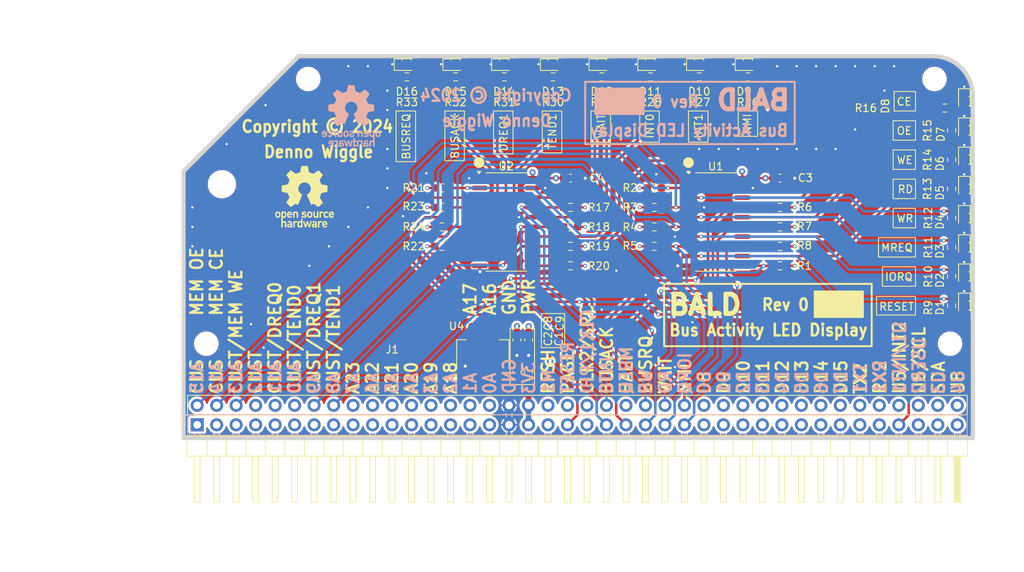
<source format=kicad_pcb>
(kicad_pcb (version 20240108) (generator "pcbnew") (generator_version "8.0")
  (title_block (title "BALD") (date "2024-07-24") (rev "0") (company "Denno Wiggle") (comment 1 "Bus Activity LED Display"))
  (layers (0 "F.Cu" signal) (1 "In1.Cu" power) (2 "In2.Cu" power) (31 "B.Cu" signal) (34 "B.Paste" user) (35 "F.Paste" user) (36 "B.SilkS" user "B.Silkscreen") (37 "F.SilkS" user "F.Silkscreen") (38 "B.Mask" user) (39 "F.Mask" user) (44 "Edge.Cuts" user))
  (net 0 "")
  (net 1 "+3.3V")
  (net 2 "GND")
  (net 3 "Net-(D1-Pad2)")
  (net 4 "Net-(D2-Pad2)")
  (net 5 "Net-(D3-Pad2)")
  (net 6 "Net-(D4-Pad2)")
  (net 7 "Net-(D5-Pad2)")
  (net 8 "Net-(D6-Pad2)")
  (net 9 "Net-(D7-Pad2)")
  (net 10 "Net-(D8-Pad2)")
  (net 11 "Net-(D9-Pad2)")
  (net 12 "Net-(D10-Pad2)")
  (net 13 "Net-(D11-Pad2)")
  (net 14 "/CPU_DREQ1_N")
  (net 15 "/CPU_TEND1_N")
  (net 16 "Net-(D12-Pad2)")
  (net 17 "Net-(D13-Pad2)")
  (net 18 "Net-(D14-Pad2)")
  (net 19 "Net-(D15-Pad2)")
  (net 20 "Net-(D16-Pad2)")
  (net 21 "/CPU_INT1_N")
  (net 22 "/CPU_BUSACK_N")
  (net 23 "/CPU_INT0_N")
  (net 24 "/CPU_MREQ_N")
  (net 25 "/CPU_WR_N")
  (net 26 "/CPU_NMI_N")
  (net 27 "/MEM_WE_N")
  (net 28 "/CPU_RESET_N")
  (net 29 "/CPU_WAIT_N")
  (net 30 "/MEM_OE_N")
  (net 31 "/CPU_BUSREQ_N")
  (net 32 "/CPU_IORQ_N")
  (net 33 "/MEM_CE_N")
  (net 34 "/CPU_RD_N")
  (net 35 "/LED_CE")
  (net 36 "/LED_IORQ")
  (net 37 "/LED_WR")
  (net 38 "/LED_RD")
  (net 39 "/LED_WE")
  (net 40 "/LED_MREQ")
  (net 41 "/LED_OE")
  (net 42 "/LED_RESET")
  (net 43 "/LED_NMI")
  (net 44 "/LED_INT1")
  (net 45 "/LED_INT0")
  (net 46 "/LED_WAIT")
  (net 47 "/LED_TEND1")
  (net 48 "/LED_DREQ1")
  (net 49 "/LED_BUSACK")
  (net 50 "/LED_BUSREQ")
  (net 110 "/5V_3V3_VIN")
  (footprint "MountingHole:MountingHole_3.2mm_M3" (layer "F.Cu") (at 128.2954 93.4974)
    (property "Reference" "H1" (hide yes))
    (property "Value" "MountingHole")
  )
  (footprint "MountingHole:MountingHole_2.7mm_M2.5_DIN965" (layer "F.Cu") (at 139.5476 79.7687)
    (property "Reference" "H2" (hide yes))
    (property "Value" "MountingHole")
  )
  (footprint "MountingHole:MountingHole_2.7mm_M2.5_DIN965" (layer "F.Cu") (at 221.1578 79.7687)
    (property "Reference" "H3" (hide yes))
    (property "Value" "MountingHole")
  )
  (footprint "MountingHole:MountingHole_2.7mm_M2.5_DIN965" (layer "F.Cu") (at 223.1898 114.3)
    (property "Reference" "H4" (hide yes))
    (property "Value" "MountingHole")
  )
  (footprint "Resistor_SMD:R_0603_1608Metric_Pad0.98x0.95mm_HandSolder" (layer "F.Cu") (at 173.736 99.06)
    (property "Reference" "R18")
    (property "Value" "10K")
  )
  (footprint "Capacitor_SMD:C_0603_1608Metric_Pad1.08x0.95mm_HandSolder" (layer "F.Cu") (at 201.041 92.71)
    (property "Reference" "C3")
    (property "Value" "100nF")
  )
  (footprint "Resistor_SMD:R_0603_1608Metric_Pad0.98x0.95mm_HandSolder" (layer "F.Cu") (at 173.736 104.14)
    (property "Reference" "R20")
    (property "Value" "10K")
  )
  (footprint "Symbol:OSHW-Logo_7.5x8mm_SilkScreen" (layer "F.Cu") (at 139.065 95.123)
    (property "Reference" "LOGO2" (hide yes))
    (property "Value" "Logo_Open_Hardware_Small" (hide yes))
  )
  (footprint "WTM_Library:LTST-S270KGKT" (layer "F.Cu") (at 158.75 77.8891)
    (property "Reference" "D15")
    (property "Value" "LED_LTST-S270KGKT")
  )
  (footprint "Resistor_SMD:R_0603_1608Metric_Pad0.98x0.95mm_HandSolder" (layer "F.Cu") (at 223.393 97.917 -90)
    (property "Reference" "R12")
    (property "Value" "1K")
  )
  (footprint "Resistor_SMD:R_0603_1608Metric_Pad0.98x0.95mm_HandSolder" (layer "F.Cu") (at 156.972 96.52 180)
    (property "Reference" "R23")
    (property "Value" "10K")
  )
  (footprint "Resistor_SMD:R_0603_1608Metric_Pad0.98x0.95mm_HandSolder" (layer "F.Cu") (at 201.041 99.06)
    (property "Reference" "R7")
    (property "Value" "10K")
  )
  (footprint "Resistor_SMD:R_0603_1608Metric_Pad0.98x0.95mm_HandSolder" (layer "F.Cu") (at 201.041 104.14)
    (property "Reference" "R1")
    (property "Value" "10K")
  )
  (footprint "Resistor_SMD:R_0603_1608Metric_Pad0.98x0.95mm_HandSolder" (layer "F.Cu") (at 184.658 99.06 180)
    (property "Reference" "R4")
    (property "Value" "10K")
  )
  (footprint "Resistor_SMD:R_0603_1608Metric_Pad0.98x0.95mm_HandSolder" (layer "F.Cu") (at 201.041 96.52)
    (property "Reference" "R6")
    (property "Value" "10K")
  )
  (footprint "Capacitor_SMD:C_0603_1608Metric_Pad1.08x0.95mm_HandSolder" (layer "F.Cu") (at 168.275 118.0095 90)
    (property "Reference" "C1")
    (property "Value" "4.7uF")
  )
  (footprint "Capacitor_SMD:C_0603_1608Metric_Pad1.08x0.95mm_HandSolder" (layer "F.Cu") (at 166.751 113.792 -90)
    (property "Reference" "C8")
    (property "Value" "100nF")
  )
  (footprint "Resistor_SMD:R_0603_1608Metric_Pad0.98x0.95mm_HandSolder" (layer "F.Cu") (at 173.736 96.52)
    (property "Reference" "R17")
    (property "Value" "10K")
  )
  (footprint "WTM_Library:LTST-S270KGKT" (layer "F.Cu") (at 177.8 77.8891)
    (property "Reference" "D12")
    (property "Value" "LED_LTST-S270KGKT")
  )
  (footprint "WTM_Library:LTST-S270KGKT" (layer "F.Cu") (at 225.06432 109.3597 -90)
    (property "Reference" "D1")
    (property "Value" "LED_LTST-S270KGKT")
  )
  (footprint "Capacitor_SMD:C_0603_1608Metric_Pad1.08x0.95mm_HandSolder" (layer "F.Cu") (at 168.275 113.792 -90)
    (property "Reference" "C9")
    (property "Value" "4.7uF")
  )
  (footprint "WTM_Library:LTST-S270KGKT" (layer "F.Cu") (at 225.06432 101.7397 -90)
    (property "Reference" "D3")
    (property "Value" "LED_LTST-S270KGKT")
  )
  (footprint "Resistor_SMD:R_0603_1608Metric_Pad0.98x0.95mm_HandSolder" (layer "F.Cu") (at 184.658 93.98 180)
    (property "Reference" "R2")
    (property "Value" "10K")
  )
  (footprint "WTM_Library:RCBUS_PinHeader_2x40_P2.54mm_Horizontal" (layer "F.Cu") (at 125.07468 132.9591 90)
    (property "Reference" "J1")
    (property "Value" "Conn_02x40_Top_Bottom")
  )
  (footprint "Resistor_SMD:R_0603_1608Metric_Pad0.98x0.95mm_HandSolder" (layer "F.Cu") (at 223.393 109.347 -90)
    (property "Reference" "R9")
    (property "Value" "1K")
  )
  (footprint "Capacitor_SMD:C_0603_1608Metric_Pad1.08x0.95mm_HandSolder" (layer "F.Cu") (at 166.751 118.0095 90)
    (property "Reference" "C2")
    (property "Value" "100nF")
  )
  (footprint "Resistor_SMD:R_0603_1608Metric_Pad0.98x0.95mm_HandSolder" (layer "F.Cu") (at 158.75 79.502)
    (property "Reference" "R32")
    (property "Value" "1K")
  )
  (footprint "Resistor_SMD:R_0603_1608Metric_Pad0.98x0.95mm_HandSolder" (layer "F.Cu") (at 171.45 79.502)
    (property "Reference" "R30")
    (property "Value" "1K")
  )
  (footprint "WTM_Library:LTST-S270KGKT" (layer "F.Cu") (at 184.15 77.8891)
    (property "Reference" "D11")
    (property "Value" "LED_LTST-S270KGKT")
  )
  (footprint "Resistor_SMD:R_0603_1608Metric_Pad0.98x0.95mm_HandSolder" (layer "F.Cu") (at 156.972 93.98 180)
    (property "Reference" "R21")
    (property "Value" "10K")
  )
  (footprint "WTM_Library:LTST-S270KGKT" (layer "F.Cu") (at 190.5 77.8891)
    (property "Reference" "D10")
    (property "Value" "LED_LTST-S270KGKT")
  )
  (footprint "Resistor_SMD:R_0603_1608Metric_Pad0.98x0.95mm_HandSolder" (layer "F.Cu") (at 223.393 94.107 -90)
    (property "Reference" "R13")
    (property "Value" "1K")
  )
  (footprint "Resistor_SMD:R_0603_1608Metric_Pad0.98x0.95mm_HandSolder" (layer "F.Cu") (at 190.5 79.502)
    (property "Reference" "R27")
    (property "Value" "1K")
  )
  (footprint "WTM_Library:LTST-S270KGKT" (layer "F.Cu") (at 225.06432 86.4997 -90)
    (property "Reference" "D7")
    (property "Value" "LED_LTST-S270KGKT")
  )
  (footprint "Resistor_SMD:R_0603_1608Metric_Pad0.98x0.95mm_HandSolder" (layer "F.Cu") (at 223.393 101.727 -90)
    (property "Reference" "R11")
    (property "Value" "1K")
  )
  (footprint "Resistor_SMD:R_0603_1608Metric_Pad0.98x0.95mm_HandSolder" (layer "F.Cu") (at 152.4 79.502)
    (property "Reference" "R33")
    (property "Value" "1K")
  )
  (footprint "Package_SO:SO-20_5.3x12.6mm_P1.27mm" (layer "F.Cu") (at 165.354 98.425)
    (property "Reference" "U2")
    (property "Value" "74LVC240ANS")
  )
  (footprint "Resistor_SMD:R_0603_1608Metric_Pad0.98x0.95mm_HandSolder" (layer "F.Cu") (at 222.504 83.566)
    (property "Reference" "R16")
    (property "Value" "1K")
  )
  (footprint "WTM_Library:LTST-S270KGKT" (layer "F.Cu") (at 152.4 77.8891)
    (property "Reference" "D16")
    (property "Value" "LED_LTST-S270KGKT")
  )
  (footprint "Resistor_SMD:R_0603_1608Metric_Pad0.98x0.95mm_HandSolder" (layer "F.Cu") (at 184.15 79.502)
    (property "Reference" "R28")
    (property "Value" "1K")
  )
  (footprint "WTM_Library:LTST-S270KGKT" (layer "F.Cu") (at 225.06432 94.1197 -90)
    (property "Reference" "D5")
    (property "Value" "LED_LTST-S270KGKT")
  )
  (footprint "WTM_Library:LTST-S270KGKT" (layer "F.Cu") (at 225.06432 105.5497 -90)
    (property "Reference" "D2")
    (property "Value" "LED_LTST-S270KGKT")
  )
  (footprint "Resistor_SMD:R_0603_1608Metric_Pad0.98x0.95mm_HandSolder" (layer "F.Cu") (at 177.8 79.502)
    (property "Reference" "R29")
    (property "Value" "1K")
  )
  (footprint "Resistor_SMD:R_0603_1608Metric_Pad0.98x0.95mm_HandSolder" (layer "F.Cu") (at 156.972 99.06 180)
    (property "Reference" "R24")
    (property "Value" "10K")
  )
  (footprint "Resistor_SMD:R_0603_1608Metric_Pad0.98x0.95mm_HandSolder" (layer "F.Cu") (at 223.393 90.297 -90)
    (property "Reference" "R14")
    (property "Value" "1K")
  )
  (footprint "WTM_Library:LTST-S270KGKT" (layer "F.Cu") (at 225.06432 82.6897 -90)
    (property "Reference" "D8")
    (property "Value" "LED_LTST-S270KGKT")
  )
  (footprint "MountingHole:MountingHole_2.7mm_M2.5_DIN965" (layer "F.Cu") (at 126.2634 114.3)
    (property "Reference" "H5" (hide yes))
    (property "Value" "MountingHole")
  )
  (footprint "WTM_Library:LTST-S270KGKT" (layer "F.Cu") (at 225.06432 97.9297 -90)
    (property "Reference" "D4")
    (property "Value" "LED_LTST-S270KGKT")
  )
  (footprint "Resistor_SMD:R_0603_1608Metric_Pad0.98x0.95mm_HandSolder" (layer "F.Cu") (at 201.041 101.6)
    (property "Reference" "R8")
    (property "Value" "10K")
  )
  (footprint "Package_TO_SOT_SMD:SOT-223" (layer "F.Cu") (at 162.306 115.697 90)
    (property "Reference" "U4")
    (property "Value" "TLV1117LV33DCYR")
  )
  (footprint "Resistor_SMD:R_0603_1608Metric_Pad0.98x0.95mm_HandSolder" (layer "F.Cu") (at 173.736 101.6)
    (property "Reference" "R19")
    (property "Value" "10K")
  )
  (footprint "Capacitor_SMD:C_0603_1608Metric_Pad1.08x0.95mm_HandSolder" (layer "F.Cu") (at 173.736 92.71)
    (property "Reference" "C4")
    (property "Value" "100nF")
  )
  (footprint "Resistor_SMD:R_0603_1608Metric_Pad0.98x0.95mm_HandSolder" (layer "F.Cu") (at 223.393 86.487 -90)
    (property "Reference" "R15")
    (property "Value" "1K")
  )
  (footprint "WTM_Library:LTST-S270KGKT" (layer "F.Cu") (at 196.85 77.8891)
    (property "Reference" "D9")
    (property "Value" "LED_LTST-S270KGKT")
  )
  (footprint "Resistor_SMD:R_0603_1608Metric_Pad0.98x0.95mm_HandSolder" (layer "F.Cu") (at 196.85 79.502)
    (property "Reference" "R26")
    (property "Value" "1K")
  )
  (footprint "WTM_Library:LTST-S270KGKT" (layer "F.Cu") (at 165.1 77.8891)
    (property "Reference" "D14")
    (property "Value" "LED_LTST-S270KGKT")
  )
  (footprint "Resistor_SMD:R_0603_1608Metric_Pad0.98x0.95mm_HandSolder" (layer "F.Cu") (at 165.1 79.502)
    (property "Reference" "R31")
    (property "Value" "1K")
  )
  (footprint "Package_SO:SO-20_5.3x12.6mm_P1.27mm" (layer "F.Cu") (at 192.659 98.425)
    (property "Reference" "U1")
    (property "Value" "74LVC240ANS")
  )
  (footprint "WTM_Library:LTST-S270KGKT" (layer "F.Cu") (at 225.06432 90.3097 -90)
    (property "Reference" "D6")
    (property "Value" "LED_LTST-S270KGKT")
  )
  (footprint "Resistor_SMD:R_0603_1608Metric_Pad0.98x0.95mm_HandSolder" (layer "F.Cu") (at 184.658 96.52 180)
    (property "Reference" "R3")
    (property "Value" "10K")
  )
  (footprint "WTM_Library:LTST-S270KGKT" (layer "F.Cu") (at 171.45 77.8891)
    (property "Reference" "D13")
    (property "Value" "LED_LTST-S270KGKT")
  )
  (footprint "Resistor_SMD:R_0603_1608Metric_Pad0.98x0.95mm_HandSolder" (layer "F.Cu") (at 156.972 101.6 180)
    (property "Reference" "R22")
    (property "Value" "10K")
  )
  (footprint "Resistor_SMD:R_0603_1608Metric_Pad0.98x0.95mm_HandSolder" (layer "F.Cu") (at 184.658 101.6 180)
    (property "Reference" "R5")
    (property "Value" "10K")
  )
  (footprint "Resistor_SMD:R_0603_1608Metric_Pad0.98x0.95mm_HandSolder" (layer "F.Cu") (at 223.393 105.537 -90)
    (property "Reference" "R10")
    (property "Value" "1K")
  )
  (footprint "Symbol:OSHW-Logo_7.5x8mm_SilkScreen" (layer "B.Cu") (at 145.161 84.582 180)
    (property "Reference" "LOGO1" (hide yes))
    (property "Value" "Logo_Open_Hardware_Small" (hide yes))
  )
  (gr_rect (start 175.641 80.137) (end 202.946 88.265) (stroke (width 0.254)) (fill none) (layer "B.SilkS"))
  (gr_rect (start 123.825 123.571) (end 225.425 126.238) (stroke (width 0.12)) (fill none) (layer "B.SilkS"))
  (gr_rect (start 176.9115 80.955) (end 183.3245 84.399) (stroke (width 0.12)) (fill solid) (layer "B.SilkS"))
  (gr_rect (start 215.9 81.407) (end 218.694 83.947) (stroke (width 0.12)) (fill none) (layer "F.SilkS"))
  (gr_rect (start 182.753 83.947) (end 185.293 88.011) (stroke (width 0.12)) (fill none) (layer "F.SilkS"))
  (gr_rect (start 189.103 83.947) (end 191.643 88.011) (stroke (width 0.12)) (fill none) (layer "F.SilkS"))
  (gr_rect (start 123.825 121.031) (end 225.425 123.571) (stroke (width 0.12)) (fill none) (layer "F.SilkS"))
  (gr_rect (start 176.403 83.947) (end 178.943 88.011) (stroke (width 0.12)) (fill none) (layer "F.SilkS"))
  (gr_rect (start 157.353 83.947) (end 159.893 90.424) (stroke (width 0.12)) (fill none) (layer "F.SilkS"))
  (gr_rect (start 215.773 92.837) (end 218.694 95.377) (stroke (width 0.12)) (fill none) (layer "F.SilkS"))
  (gr_rect (start 151.003 83.947) (end 153.543 90.551) (stroke (width 0.12)) (fill none) (layer "F.SilkS"))
  (gr_rect (start 214.376 104.267) (end 218.694 106.807) (stroke (width 0.12)) (fill none) (layer "F.SilkS"))
  (gr_rect (start 215.773 89.027) (end 218.694 91.567) (stroke (width 0.12)) (fill none) (layer "F.SilkS"))
  (gr_rect (start 213.614 108.1405) (end 218.694 110.5535) (stroke (width 0.12)) (fill none) (layer "F.SilkS"))
  (gr_rect (start 185.9285 106.497) (end 212.9795 114.625) (stroke (width 0.254)) (fill none) (layer "F.SilkS"))
  (gr_rect (start 213.868 100.457) (end 218.694 102.997) (stroke (width 0.12)) (fill none) (layer "F.SilkS"))
  (gr_rect (start 205.486 107.427) (end 211.899 110.871) (stroke (width 0.12)) (fill solid) (layer "F.SilkS"))
  (gr_rect (start 165.862 112.268) (end 169.037 119.634) (stroke (width 0.12)) (fill none) (layer "F.SilkS"))
  (gr_rect (start 163.703 83.947) (end 166.243 89.535) (stroke (width 0.12)) (fill none) (layer "F.SilkS"))
  (gr_circle (center 161.798 90.678) (end 162.433 90.678) (stroke (width 0.12)) (fill solid) (layer "F.SilkS"))
  (gr_rect (start 215.773 96.647) (end 218.694 99.187) (stroke (width 0.12)) (fill none) (layer "F.SilkS"))
  (gr_rect (start 215.773 85.217) (end 218.694 87.757) (stroke (width 0.12)) (fill none) (layer "F.SilkS"))
  (gr_rect (start 169.926 110.363) (end 172.974 114.808) (stroke (width 0.12)) (fill none) (layer "F.SilkS"))
  (gr_circle (center 189.103 90.678) (end 189.738 90.678) (stroke (width 0.12)) (fill solid) (layer "F.SilkS"))
  (gr_line (start 126.26848 126.39802) (end 126.30404 126.39802) (stroke (width 0.2)) (layer "F.SilkS"))
  (gr_rect (start 170.053 83.947) (end 172.593 89.408) (stroke (width 0.12)) (fill none) (layer "F.SilkS"))
  (gr_rect (start 195.58 83.947) (end 198.12 87.249) (stroke (width 0.12)) (fill none) (layer "F.SilkS"))
  (gr_arc (start 221.00108 76.7715) (mid 224.663906 78.28868) (end 226.18108 81.9515) (stroke (width 0.5)) (layer "Edge.Cuts"))
  (gr_line (start 123.27128 91.7829) (end 123.27128 126.6317) (stroke (width 0.5)) (layer "Edge.Cuts"))
  (gr_line (start 138.28268 76.7715) (end 123.27128 91.7829) (stroke (width 0.5)) (layer "Edge.Cuts"))
  (gr_line (start 226.18268 81.9515) (end 226.18268 126.6317) (stroke (width 0.5)) (layer "Edge.Cuts"))
  (gr_line (start 123.27128 126.6317) (end 226.18268 126.6317) (stroke (width 0.5)) (layer "Edge.Cuts"))
  (gr_line (start 221.00108 76.7715) (end 138.28268 76.7715) (stroke (width 0.5)) (layer "Edge.Cuts"))
  (gr_text "BALD" (at 202.6285 82.55 -0) (layer "B.SilkS") (effects (font (size 2.54 2.54) (thickness 0.635) (bold yes)) (justify left mirror)))
  (gr_text "Denno Wiggle" (at 171.3865 85.217 -0) (layer "B.SilkS") (effects (font (size 1.524 1.397) (thickness 0.3175) (bold yes)) (justify left mirror)))
  (gr_text "Copyright © 2024" (at 174.0535 81.915 -0) (layer "B.SilkS") (effects (font (size 1.524 1.397) (thickness 0.3175) (bold yes)) (justify left mirror)))
  (gr_text "Rev 0" (at 190.6275 82.733 -0) (layer "B.SilkS") (effects (font (size 1.524 1.397) (thickness 0.3175) (bold yes)) (justify left mirror)))
  (gr_text "A15\nA14\nA13\nA12\nA11\nA10\nA9\nA8\nA7\nA6\nA5\nA4\nA3\nA2\nA1\nA0\nGND\n3V3\nM1\nRESET\nCLK1/PHI\nINT0\nMREQ\nWR\nRD\nIORQ\nD0\nD1\nD2\nD3\nD4\nD5\nD6\nD7\nTX1\nRX1\nU1/INT1\nUSER2\nU3\nU4" (at 225.171 121.031 90) (layer "B.SilkS") (effects (font (size 1.58 1.5) (thickness 0.3) (bold yes)) (justify right bottom mirror)))
  (gr_text "Bus Activity LED Display" (at 202.2475 86.487 -0) (layer "B.SilkS") (effects (font (size 1.524 1.397) (thickness 0.3175)) (justify left mirror)))
  (gr_text "CUS     MEM OE\nCUS     MEM CE\nCUST/MEM WE\nCUST\nCUST/DREQ0\nCUST/TEND0\nCUST/DREQ1\nCUST/TEND1\nA23\nA22\nA21\nA20\nA19\nA18\n         A17\n         A16\n         GND\n         PWR\nRFSH\nPAGE\nCLK2/SRC\nBUSACK\nHALT\nBUSRQ\nWAIT\nNMI\nD8\nD9\nD10\nD11\nD12\nD13\nD14\nD15\nTX2\nRX2\nU5/INT2\nU6/SCL\nSDA\nU8" (at 174.625 121.031 90) (layer "F.SilkS") (effects (font (size 1.58 1.5) (thickness 0.3)) (justify left)))
  (gr_text "Denno Wiggle" (at 133.604 89.281 0) (layer "F.SilkS") (effects (font (size 1.524 1.397) (thickness 0.3175) (bold yes)) (justify left)))
  (gr_text "Bus Activity LED Display" (at 186.436 112.522 0) (layer "F.SilkS") (effects (font (size 1.524 1.397) (thickness 0.3175)) (justify left)))
  (gr_text "IORQ" (at 214.63 106.172 0) (layer "F.SilkS") (effects (font (size 1 1)) (justify left bottom)))
  (gr_text "INT0" (at 184.658 84.201 90) (layer "F.SilkS") (effects (font (size 1 1)) (justify right bottom)))
  (gr_text "TEND1" (at 171.958 84.201 90) (layer "F.SilkS") (effects (font (size 1 1)) (justify right bottom)))
  (gr_text "Copyright © 2024" (at 130.683 85.979 0) (layer "F.SilkS") (effects (font (size 1.524 1.397) (thickness 0.3175) (bold yes)) (justify left)))
  (gr_text "BUSREQ" (at 152.908 84.201 90) (layer "F.SilkS") (effects (font (size 1 1)) (justify right bottom)))
  (gr_text "Rev 0" (at 198.501 109.22 0) (layer "F.SilkS") (effects (font (size 1.524 1.397) (thickness 0.3175) (bold yes)) (justify left)))
  (gr_text "WR" (at 216.154 98.552 0) (layer "F.SilkS") (effects (font (size 1 1)) (justify left bottom)))
  (gr_text "RESET" (at 213.868 110.0455 0) (layer "F.SilkS") (effects (font (size 1 1)) (justify left bottom)))
  (gr_text "INT1" (at 191.008 84.201 90) (layer "F.SilkS") (effects (font (size 1 1)) (justify right bottom)))
  (gr_text "BUSACK" (at 159.258 84.201 90) (layer "F.SilkS") (effects (font (size 1 1)) (justify right bottom)))
  (gr_text "WE" (at 216.154 90.932 0) (layer "F.SilkS") (effects (font (size 1 1)) (justify left bottom)))
  (gr_text "DREQ1" (at 165.608 84.201 90) (layer "F.SilkS") (effects (font (size 1 1)) (justify right bottom)))
  (gr_text "BALD" (at 186.182 109.22 0) (layer "F.SilkS") (effects (font (size 2.54 2.54) (thickness 0.635) (bold yes)) (justify left)))
  (gr_text "NMI" (at 197.358 84.201 90) (layer "F.SilkS") (effects (font (size 1 1)) (justify right bottom)))
  (gr_text "WAIT" (at 178.308 84.201 90) (layer "F.SilkS") (effects (font (size 1 1)) (justify right bottom)))
  (gr_text "MREQ" (at 214.122 102.362 0) (layer "F.SilkS") (effects (font (size 1 1)) (justify left bottom)))
  (gr_text "RD" (at 216.281 94.742 0) (layer "F.SilkS") (effects (font (size 1 1)) (justify left bottom)))
  (gr_text "OE" (at 216.154 87.122 0) (layer "F.SilkS") (effects (font (size 1 1)) (justify left bottom)))
  (gr_text "CE" (at 216.154 83.312 0) (layer "F.SilkS") (effects (font (size 1 1)) (justify left bottom)))
  (segment (start 183.7455 93.98) (end 182.753 93.98) (width 0.3048) (layer "F.Cu") (net 1))
  (segment (start 168.275 112.9295) (end 166.751 112.9295) (width 0.762) (layer "F.Cu") (net 1))
  (segment (start 201.9535 99.06) (end 202.946 99.06) (width 0.3048) (layer "F.Cu") (net 1))
  (segment (start 156.0595 96.52) (end 155.067 96.52) (width 0.3048) (layer "F.Cu") (net 1))
  (segment (start 156.0595 93.98) (end 155.067 93.98) (width 0.3048) (layer "F.Cu") (net 1))
  (segment (start 174.6485 101.6) (end 175.641 101.6) (width 0.3048) (layer "F.Cu") (net 1))
  (segment (start 183.7455 101.6) (end 182.753 101.6) (width 0.3048) (layer "F.Cu") (net 1))
  (segment (start 196.1215 92.71) (end 199.136 92.71) (width 0.3048) (layer "F.Cu") (net 1))
  (segment (start 156.0595 101.6) (end 155.067 101.6) (width 0.3048) (layer "F.Cu") (net 1))
  (segment (start 172.8735 92.71) (end 171.831 92.71) (width 0.3048) (layer "F.Cu") (net 1))
  (segment (start 174.6485 96.52) (end 175.641 96.52) (width 0.3048) (layer "F.Cu") (net 1))
  (segment (start 174.6485 104.14) (end 175.641 104.14) (width 0.3048) (layer "F.Cu") (net 1))
  (segment (start 162.776 113.017) (end 162.306 112.547) (width 0.635) (layer "F.Cu") (net 1))
  (segment (start 162.306 118.847) (end 162.306 112.547) (width 1.27) (layer "F.Cu") (net 1))
  (segment (start 196.1215 91.8545) (end 196.088 91.821) (width 0.3048) (layer "F.Cu") (net 1))
  (segment (start 201.9535 96.52) (end 202.946 96.52) (width 0.3048) (layer "F.Cu") (net 1))
  (segment (start 168.8165 91.9815) (end 168.783 91.948) (width 0.3048) (layer "F.Cu") (net 1))
  (segment (start 183.7455 99.06) (end 182.753 99.06) (width 0.3048) (layer "F.Cu") (net 1))
  (segment (start 168.8165 92.71) (end 168.8165 91.9815) (width 0.3048) (layer "F.Cu") (net 1))
  (segment (start 168.275 112.014) (end 168.275 112.9295) (width 0.762) (layer "F.Cu") (net 1))
  (segment (start 201.9535 104.14) (end 202.946 104.14) (width 0.3048) (layer "F.Cu") (net 1))
  (segment (start 166.751 112.9295) (end 166.6635 113.017) (width 0.762) (layer "F.Cu") (net 1))
  (segment (start 166.6635 113.017) (end 162.776 113.017) (width 0.762) (layer "F.Cu") (net 1))
  (segment (start 196.1215 92.71) (end 196.1215 91.8545) (width 0.3048) (layer "F.Cu") (net 1))
  (segment (start 201.9535 101.6) (end 202.946 101.6) (width 0.3048) (layer "F.Cu") (net 1))
  (segment (start 174.6485 99.06) (end 175.641 99.06) (width 0.3048) (layer "F.Cu") (net 1))
  (segment (start 156.0595 99.06) (end 155.067 99.06) (width 0.3048) (layer "F.Cu") (net 1))
  (segment (start 200.1785 92.71) (end 199.136 92.71) (width 0.3048) (layer "F.Cu") (net 1))
  (segment (start 183.7455 96.52) (end 182.753 96.52) (width 0.3048) (layer "F.Cu") (net 1))
  (segment (start 166.751 112.9295) (end 166.751 112.014) (width 0.762) (layer "F.Cu") (net 1))
  (segment (start 168.8165 92.71) (end 171.831 92.71) (width 0.3048) (layer "F.Cu") (net 1))
  (via (at 199.136 92.71) (size 0.8) (drill 0.4) (layers "F.Cu" "B.Cu") (net 1))
  (via (at 202.946 101.6) (size 0.5) (drill 0.3) (layers "F.Cu" "B.Cu") (net 1))
  (via (at 168.783 91.948) (size 0.8) (drill 0.4) (layers "F.Cu" "B.Cu") (net 1))
  (via (at 175.641 99.06) (size 0.5) (drill 0.3) (layers "F.Cu" "B.Cu") (net 1))
  (via (at 155.067 101.6) (size 0.5) (drill 0.3) (layers "F.Cu" "B.Cu") (net 1))
  (via (at 166.751 112.014) (size 0.8) (drill 0.4) (layers "F.Cu" "B.Cu") (net 1))
  (via (at 202.946 99.06) (size 0.5) (drill 0.3) (layers "F.Cu" "B.Cu") (net 1))
  (via (at 155.067 99.06) (size 0.5) (drill 0.3) (layers "F.Cu" "B.Cu") (net 1))
  (via (at 202.946 96.52) (size 0.5) (drill 0.3) (layers "F.Cu" "B.Cu") (net 1))
  (via (at 171.831 92.71) (size 0.8) (drill 0.4) (layers "F.Cu" "B.Cu") (net 1))
  (via (at 182.753 96.52) (size 0.5) (drill 0.3) (layers "F.Cu" "B.Cu") (net 1))
  (via (at 196.088 91.821) (size 0.8) (drill 0.4) (layers "F.Cu" "B.Cu") (net 1))
  (via (at 182.753 101.6) (size 0.5) (drill 0.3) (layers "F.Cu" "B.Cu") (net 1))
  (via (at 175.641 104.14) (size 0.5) (drill 0.3) (layers "F.Cu" "B.Cu") (net 1))
  (via (at 202.946 104.14) (size 0.5) (drill 0.3) (layers "F.Cu" "B.Cu") (net 1))
  (via (at 182.753 93.98) (size 0.5) (drill 0.3) (layers "F.Cu" "B.Cu") (net 1))
  (via (at 175.641 101.6) (size 0.5) (drill 0.3) (layers "F.Cu" "B.Cu") (net 1))
  (via (at 155.067 93.98) (size 0.5) (drill 0.3) (layers "F.Cu" "B.Cu") (net 1))
  (via (at 168.275 112.014) (size 0.8) (drill 0.4) (layers "F.Cu" "B.Cu") (net 1))
  (via (at 175.641 96.52) (size 0.5) (drill 0.3) (layers "F.Cu" "B.Cu") (net 1))
  (via (at 182.753 99.06) (size 0.5) (drill 0.3) (layers "F.Cu" "B.Cu") (net 1))
  (via (at 155.067 96.52) (size 0.5) (drill 0.3) (layers "F.Cu" "B.Cu") (net 1))
  (segment (start 225.044 99.822) (end 225.044 99.949) (width 0.3048) (layer "F.Cu") (net 2))
  (segment (start 194.9831 77.8891) (end 194.945 77.851) (width 0.3048) (layer "F.Cu") (net 2))
  (segment (start 225.06432 104.6997) (end 225.06432 103.65232) (width 0.3048) (layer "F.Cu") (net 2))
  (segment (start 225.044 80.899) (end 225.044 80.772) (width 0.3048) (layer "F.Cu") (net 2))
  (segment (start 160.528 92.71) (end 161.8915 92.71) (width 0.3048) (layer "F.Cu") (net 2))
  (segment (start 157.9 77.8891) (end 156.8831 77.8891) (width 0.3048) (layer "F.Cu") (net 2))
  (segment (start 168.8165 93.98) (end 170.434 93.98) (width 0.3048) (layer "F.Cu") (net 2))
  (segment (start 225.06432 92.22232) (end 225.044 92.202) (width 0.3048) (layer "F.Cu") (net 2))
  (segment (start 225.044 96.012) (end 225.044 96.139) (width 0.3048) (layer "F.Cu") (net 2))
  (segment (start 225.06432 96.03232) (end 225.044 96.012) (width 0.3048) (layer "F.Cu") (net 2))
  (segment (start 158.648 118.847) (end 158.623 118.872) (width 0.635) (layer "F.Cu") (net 2))
  (segment (start 156.8831 77.8891) (end 156.845 77.851) (width 0.3048) (layer "F.Cu") (net 2))
  (segment (start 189.23 91.948) (end 189.1965 91.9815) (width 0.3048) (layer "F.Cu") (net 2))
  (segment (start 225.044 88.392) (end 225.044 88.519) (width 0.3048) (layer "F.Cu") (net 2))
  (segment (start 225.06432 97.0797) (end 225.06432 96.03232) (width 0.3048) (layer "F.Cu") (net 2))
  (segment (start 196.1215 93.98) (end 197.485 93.98) (width 0.3048) (layer "F.Cu") (net 2))
  (segment (start 160.006 118.847) (end 160.006 117.235) (width 0.635) (layer "F.Cu") (net 2))
  (segment (start 166.751 117.147) (end 166.751 115.824) (width 0.635) (layer "F.Cu") (net 2))
  (segment (start 160.006 117.235) (end 160.02 117.221) (width 0.635) (layer "F.Cu") (net 2))
  (segment (start 170.6 77.8891) (end 169.5831 77.8891) (width 0.3048) (layer "F.Cu") (net 2))
  (segment (start 225.06432 99.84232) (end 225.044 99.822) (width 0.3048) (layer "F.Cu") (net 2))
  (segment (start 225.044 80.772) (end 225.06432 80.79232) (width 0.3048) (layer "F.Cu") (net 2))
  (segment (start 225.06432 85.6497) (end 225.06432 84.60232) (width 0.3048) (layer "F.Cu") (net 2))
  (segment (start 189.1965 91.9815) (end 189.1965 92.71) (width 0.3048) (layer "F.Cu") (net 2))
  (segment (start 225.06432 80.79232) (end 225.06432 81.8397) (width 0.3048) (layer "F.Cu") (net 2))
  (segment (start 174.5985 92.71) (end 175.641 92.71) (width 0.3048) (layer "F.Cu") (net 2))
  (segment (start 163.3601 77.8891) (end 163.322 77.851) (width 0.3048) (layer "F.Cu") (net 2))
  (segment (start 164.25 77.8891) (end 163.3601 77.8891) (width 0.3048) (layer "F.Cu") (net 2))
  (segment (start 225.06432 100.8897) (end 225.06432 99.84232) (width 0.3048) (layer "F.Cu") (net 2))
  (segment (start 182.245 77.851) (end 182.2831 77.8891) (width 0.3048) (layer "F.Cu") (net 2))
  (segment (start 182.2831 77.8891) (end 183.3 77.8891) (width 0.3048) (layer "F.Cu") (net 2))
  (segment (start 225.06432 93.2697) (end 225.06432 92.22232) (width 0.3048) (layer "F.Cu") (net 2))
  (segment (start 189.65 77.8891) (end 188.6331 77.8891) (width 0.3048) (layer "F.Cu") (net 2))
  (segment (start 168.275 117.147) (end 168.275 115.824) (width 0.635) (layer "F.Cu") (net 2))
  (segment (start 225.06432 108.5097) (end 225.06432 107.46232) (width 0.3048) (layer "F.Cu") (net 2))
  (segment (start 225.06432 103.65232) (end 225.044 103.632) (width 0.3048) (layer "F.Cu") (net 2))
  (segment (start 150.5331 77.8891) (end 150.495 77.851) (width 0.3048) (layer "F.Cu") (net 2))
  (segment (start 201.9035 92.71) (end 202.946 92.71) (width 0.3048) (layer "F.Cu") (net 2))
  (segment (start 225.06432 107.46232) (end 225.044 107.442) (width 0.3048) (layer "F.Cu") (net 2))
  (segment (start 176.95 77.8891) (end 175.9331 77.8891) (width 0.3048) (layer "F.Cu") (net 2))
  (segment (start 225.044 84.582) (end 225.044 84.709) (width 0.3048) (layer "F.Cu") (net 2))
  (segment (start 168.275 114.6545) (end 168.275 115.824) (width 0.635) (layer "F.Cu") (net 2))
  (segment (start 161.8915 104.8685) (end 161.925 104.902) (width 0.3048) (layer "F.Cu") (net 2))
  (segment (start 169.5831 77.8891) (end 169.545 77.851) (width 0.3048) (layer "F.Cu") (net 2))
  (segment (start 166.751 114.6545) (end 166.751 115.824) (width 0.635) (layer "F.Cu") (net 2))
  (segment (start 196 77.8891) (end 194.9831 77.8891) (width 0.3048) (layer "F.Cu") (net 2))
  (segment (start 225.06432 84.60232) (end 225.044 84.582) (width 0.3048) (layer "F.Cu") (net 2))
  (segment (start 151.55 77.8891) (end 150.5331 77.8891) (width 0.3048) (layer "F.Cu") (net 2))
  (segment (start 225.06432 88.41232) (end 225.044 88.392) (width 0.3048) (layer "F.Cu") (net 2))
  (segment (start 187.706 104.14) (end 189.1965 104.14) (width 0.3048) (layer "F.Cu") (net 2))
  (segment (start 175.9331 77.8891) (end 175.895 77.851) (width 0.3048) (layer "F.Cu") (net 2))
  (segment (start 225.06432 89.4597) (end 225.06432 88.41232) (width 0.3048) (layer "F.Cu") (net 2))
  (segment (start 160.006 118.847) (end 158.648 118.847) (width 0.635) (layer "F.Cu") (net 2))
  (segment (start 161.8915 104.14) (end 161.8915 104.8685) (width 0.3048) (layer "F.Cu") (net 2))
  (segment (start 188.6331 77.8891) (end 188.595 77.851) (width 0.3048) (layer "F.Cu") (net 2))
  (via (at 190.5 88.9) (size 0.5) (drill 0.3) (layers "F.Cu" "B.Cu") (net 2))
  (via (at 203.2 78.105) (size 0.5) (drill 0.3) (layers "F.Cu" "B.Cu") (net 2))
  (via (at 147.32 78.105) (size 0.5) (drill 0.3) (layers "F.Cu" "B.Cu") (net 2))
  (via (at 193.04 88.9) (size 0.5) (drill 0.3) (layers "F.Cu" "B.Cu") (net 2))
  (via (at 147.32 96.52) (size 0.5) (drill 0.3) (layers "F.Cu" "B.Cu") (net 2))
  (via (at 225.044 80.772) (size 0.5) (drill 0.3) (layers "F.Cu" "B.Cu") (net 2))
  (via (at 203.2 88.9) (size 0.5) (drill 0.3) (layers "F.Cu" "B.Cu") (net 2))
  (via (at 188.595 77.851) (size 0.5) (drill 0.3) (layers "F.Cu" "B.Cu") (net 2))
  (via (at 191.135 96.52) (size 0.5) (drill 0.3) (layers "F.Cu" "B.Cu") (net 2))
  (via (at 225.044 99.822) (size 0.5) (drill 0.3) (layers "F.Cu" "B.Cu") (net 2))
  (via (at 149.86 91.44) (size 0.5) (drill 0.3) (layers "F.Cu" "B.Cu") (net 2))
  (via (at 156.845 77.851) (size 0.5) (drill 0.3) (layers "F.Cu" "B.Cu") (net 2))
  (via (at 150.495 77.851) (size 0.5) (drill 0.3) (layers "F.Cu" "B.Cu") (net 2))
  (via (at 163.322 77.851) (size 0.5) (drill 0.3) (layers "F.Cu" "B.Cu") (net 2))
  (via (at 144.78 78.105) (size 0.5) (drill 0.3) (layers "F.Cu" "B.Cu") (net 2))
  (via (at 184.912 92.202) (size 0.5) (drill 0.3) (layers "F.Cu" "B.Cu") (net 2))
  (via (at 210.82 78.105) (size 0.5) (drill 0.3) (layers "F.Cu" "B.Cu") (net 2))
  (via (at 205.74 78.105) (size 0.5) (drill 0.3) (layers "F.Cu" "B.Cu") (net 2))
  (via (at 160.02 117.221) (size 0.8) (drill 0.4) (layers "F.Cu" "B.Cu") (net 2))
  (via (at 215.9 78.105) (size 0.5) (drill 0.3) (layers "F.Cu" "B.Cu") (net 2))
  (via (at 189.611 111.506) (size 0.5) (drill 0.3) (layers "F.Cu" "B.Cu") (net 2))
  (via (at 225.044 107.442) (size 0.5) (drill 0.3) (layers "F.Cu" "B.Cu") (net 2))
  (via (at 225.044 92.202) (size 0.5) (drill 0.3) (layers "F.Cu" "B.Cu") (net 2))
  (via (at 132.08 111.76) (size 0.5) (drill 0.3) (layers "F.Cu" "B.Cu") (net 2))
  (via (at 161.925 104.902) (size 0.8) (drill 0.4) (layers "F.Cu" "B.Cu") (net 2))
  (via (at 183.515 107.95) (size 0.5) (drill 0.3) (layers "F.Cu" "B.Cu") (net 2))
  (via (at 133.731 114.808) (size 0.5) (drill 0.3) (layers "F.Cu" "B.Cu") (net 2))
  (via (at 175.895 77.851) (size 0.5) (drill 0.3) (layers "F.Cu" "B.Cu") (net 2))
  (via (at 133.985 83.185) (size 0.5) (drill 0.3) (layers "F.Cu" "B.Cu") (net 2))
  (via (at 205.74 88.9) (size 0.5) (drill 0.3) (layers "F.Cu" "B.Cu") (net 2))
  (via (at 170.434 93.98) (size 0.5) (drill 0.3) (layers "F.Cu" "B.Cu") (net 2))
  (via (at 142.24 101.6) (size 0.5) (drill 0.3) (layers "F.Cu" "B.Cu") (net 2))
  (via (at 202.946 92.71) (size 0.8) (drill 0.4) (layers "F.Cu" "B.Cu") (net 2))
  (via (at 128.905 88.265) (size 0.5) (drill 0.3) (layers "F.Cu" "B.Cu") (net 2))
  (via (at 214.63 81.28) (size 0.5) (drill 0.3) (layers "F.Cu" "B.Cu") (net 2))
  (via (at 175.641 92.71) (size 0.8) (drill 0.4) (layers "F.Cu" "B.Cu") (net 2))
  (via (at 199.39 83.82) (size 0.5) (drill 0.3) (layers "F.Cu" "B.Cu") (net 2))
  (via (at 149.86 83.82) (size 0.5) (drill 0.3) (layers "F.Cu" "B.Cu") (net 2))
  (via (at 158.623 118.872) (size 0.8) (drill 0.4) (layers "F.Cu" "B.Cu") (net 2))
  (via (at 168.275 115.824) (size 0.8) (drill 0.4) (layers "F.Cu" "B.Cu") (net 2))
  (via (at 213.36 78.105) (size 0.5) (drill 0.3) (layers "F.Cu" "B.Cu") (net 2))
  (via (at 189.23 91.948) (size 0.5) (drill 0.3) (layers "F.Cu" "B.Cu") (net 2))
  (via (at 187.325 100.33) (size 0.5) (drill 0.3) (layers "F.Cu" "B.Cu") (net 2))
  (via (at 149.86 93.98) (size 0.5) (drill 0.3) (layers "F.Cu" "B.Cu") (net 2))
  (via (at 187.706 104.14) (size 0.8) (drill 0.4) (layers "F.Cu" "B.Cu") (net 2))
  (via (at 200.66 88.9) (size 0.5) (drill 0.3) (layers "F.Cu" "B.Cu") (net 2))
  (via (at 225.044 88.392) (size 0.5) (drill 0.3) (layers "F.Cu" "B.Cu") (net 2))
  (via (at 225.044 96.012) (size 0.5) (drill 0.3) (layers "F.Cu" "B.Cu") (net 2))
  (via (at 208.28 88.9) (size 0.5) (drill 0.3) (layers "F.Cu" "B.Cu") (net 2))
  (via (at 200.66 78.105) (size 0.5) (drill 0.3) (layers "F.Cu" "B.Cu") (net 2))
  (via (at 187.325 117.348) (size 0.5) (drill 0.3) (layers "F.Cu" "B.Cu") (net 2))
  (via (at 166.751 115.824) (size 0.8) (drill 0.4) (layers "F.Cu" "B.Cu") (net 2))
  (via (at 210.82 86.36) (size 0.5) (drill 0.3) (layers "F.Cu" "B.Cu") (net 2))
  (via (at 124.46 99.06) (size 0.5) (drill 0.3) (layers "F.Cu" "B.Cu") (net 2))
  (via (at 169.545 77.851) (size 0.5) (drill 0.3) (layers "F.Cu" "B.Cu") (net 2))
  (via (at 124.46 96.52) (size 0.5) (drill 0.3) (layers "F.Cu" "B.Cu") (net 2))
  (via (at 151.892 97.663) (size 0.5) (drill 0.3) (layers "F.Cu" "B.Cu") (net 2))
  (via (at 124.46 101.6) (size 0.5) (drill 0.3) (layers "F.Cu" "B.Cu") (net 2))
  (via (at 225.044 84.582) (size 0.5) (drill 0.3) (layers "F.Cu" "B.Cu") (net 2))
  (via (at 182.245 77.851) (size 0.5) (drill 0.3) (layers "F.Cu" "B.Cu") (net 2))
  (via (at 139.7 104.14) (size 0.5) (drill 0.3) (layers "F.Cu" "B.Cu") (net 2))
  (via (at 208.28 78.105) (size 0.5) (drill 0.3) (layers "F.Cu" "B.Cu") (net 2))
  (via (at 225.044 103.632) (size 0.5) (drill 0.3) (layers "F.Cu" "B.Cu") (net 2))
  (via (at 195.58 88.9) (size 0.5) (drill 0.3) (layers "F.Cu" "B.Cu") (net 2))
  (via (at 198.12 88.9) (size 0.5) (drill 0.3) (layers "F.Cu" "B.Cu") (net 2))
  (via (at 167.005 97.79) (size 0.5) (drill 0.3) (layers "F.Cu" "B.Cu") (net 2))
  (via (at 197.485 93.98) (size 0.5) (drill 0.3) (layers "F.Cu" "B.Cu") (net 2))
  (via (at 149.86 88.9) (size 0.5) (drill 0.3) (layers "F.Cu" "B.Cu") (net 2))
  (via (at 179.705 104.775) (size 0.5) (drill 0.3) (layers "F.Cu" "B.Cu") (net 2))
  (via (at 177.8 109.855) (size 0.5) (drill 0.3) (layers "F.Cu" "B.Cu") (net 2))
  (via (at 160.528 92.71) (size 0.5) (drill 0.3) (layers "F.Cu" "B.Cu") (net 2))
  (via (at 154.94 92.075) (size 0.5) (drill 0.3) (layers "F.Cu" "B.Cu") (net 2))
  (via (at 194.945 77.851) (size 0.5) (drill 0.3) (layers "F.Cu" "B.Cu") (net 2))
  (via (at 144.78 99.06) (size 0.5) (drill 0.3) (layers "F.Cu" "B.Cu") (net 2))
  (via (at 149.86 81.28) (size 0.5) (drill 0.3) (layers "F.Cu" "B.Cu") (net 2))
  (segment (start 166.751 115.824) (end 168.275 115.824) (width 1.27) (layer "B.Cu") (net 2))
  (segment (start 160.02 117.221) (end 161.417 115.824) (width 1.27) (layer "B.Cu") (net 2))
  (segment (start 165.71468 115.84432) (end 165.735 115.824) (width 1.27) (layer "B.Cu") (net 2))
  (segment (start 165.71468 122.3391) (end 165.71468 115.84432) (width 1.27) (layer "B.Cu") (net 2))
  (segment (start 158.623 118.618) (end 160.02 117.221) (width 1.27) (layer "B.Cu") (net 2))
  (segment (start 165.71468 124.8791) (end 165.71468 122.3391) (width 1.27) (layer "B.Cu") (net 2))
  (segment (start 161.417 115.824) (end 165.735 115.824) (width 1.27) (layer "B.Cu") (net 2))
  (segment (start 165.735 115.824) (end 166.751 115.824) (width 1.27) (layer "B.Cu") (net 2))
  (segment (start 158.623 118.872) (end 158.623 118.618) (width 1.27) (layer "B.Cu") (net 2))
  (segment (start 223.393 110.2595) (end 225.01452 110.2595) (width 0.3302) (layer "F.Cu") (net 3))
  (segment (start 225.01452 110.2595) (end 225.06432 110.2097) (width 0.3302) (layer "F.Cu") (net 3))
  (segment (start 223.393 106.4495) (end 225.01452 106.4495) (width 0.3302) (layer "F.Cu") (net 4))
  (segment (start 225.01452 106.4495) (end 225.06432 106.3997) (width 0.3302) (layer "F.Cu") (net 4))
  (segment (start 225.01452 102.6395) (end 225.06432 102.5897) (width 0.3302) (layer "F.Cu") (net 5))
  (segment (start 223.393 102.6395) (end 225.01452 102.6395) (width 0.3302) (layer "F.Cu") (net 5))
  (segment (start 225.01452 98.8295) (end 225.06432 98.7797) (width 0.3302) (layer "F.Cu") (net 6))
  (segment (start 223.393 98.8295) (end 225.01452 98.8295) (width 0.3302) (layer "F.Cu") (net 6))
  (segment (start 225.01452 95.0195) (end 225.06432 94.9697) (width 0.3302) (layer "F.Cu") (net 7))
  (segment (start 223.393 95.0195) (end 225.01452 95.0195) (width 0.3302) (layer "F.Cu") (net 7))
  (segment (start 225.01452 91.2095) (end 225.06432 91.1597) (width 0.3302) (layer "F.Cu") (net 8))
  (segment (start 223.393 91.2095) (end 225.01452 91.2095) (width 0.3302) (layer "F.Cu") (net 8))
  (segment (start 223.393 87.3995) (end 225.01452 87.3995) (width 0.3302) (layer "F.Cu") (net 9))
  (segment (start 225.01452 87.3995) (end 225.06432 87.3497) (width 0.3302) (layer "F.Cu") (net 9))
  (segment (start 223.4165 83.566) (end 225.03802 83.566) (width 0.3302) (layer "F.Cu") (net 10))
  (segment (start 225.03802 83.566) (end 225.06432 83.5397) (width 0.3302) (layer "F.Cu") (net 10))
  (segment (start 197.7625 79.502) (end 197.7625 77.9516) (width 0.3302) (layer "F.Cu") (net 11))
  (segment (start 197.7625 77.9516) (end 197.7 77.8891) (width 0.3302) (layer "F.Cu") (net 11))
  (segment (start 191.4125 79.502) (end 191.4125 77.9516) (width 0.3302) (layer "F.Cu") (net 12))
  (segment (start 191.4125 77.9516) (end 191.35 77.8891) (width 0.3302) (layer "F.Cu") (net 12))
  (segment (start 185.0625 77.9516) (end 185 77.8891) (width 0.3302) (layer "F.Cu") (net 13))
  (segment (start 185.0625 79.502) (end 185.0625 77.9516) (width 0.3302) (layer "F.Cu") (net 13))
  (segment (start 167.386 101.6) (end 172.8235 101.6) (width 0.3302) (layer "F.Cu") (net 14))
  (segment (start 168.8165 101.6) (end 167.386 101.6) (width 0.3302) (layer "F.Cu") (net 14))
  (segment (start 164.9095 104.0765) (end 167.386 101.6) (width 0.3302) (layer "F.Cu") (net 14))
  (via (at 164.9095 104.0765) (size 0.5) (drill 0.3) (layers "F.Cu" "B.Cu") (net 14))
  (segment (start 164.9095 104.0765) (end 158.57728 104.0765) (width 0.3302) (layer "B.Cu") (net 14))
  (segment (start 158.57728 104.0765) (end 140.31468 122.3391) (width 0.3302) (layer "B.Cu") (net 14))
  (segment (start 172.212 105.791) (end 172.8235 105.1795) (width 0.3302) (layer "F.Cu") (net 15))
  (segment (start 168.8165 104.14) (end 172.8235 104.14) (width 0.3302) (layer "F.Cu") (net 15))
  (segment (start 165.989 105.791) (end 172.212 105.791) (width 0.3302) (layer "F.Cu") (net 15))
  (segment (start 172.8235 105.1795) (end 172.8235 104.14) (width 0.3302) (layer "F.Cu") (net 15))
  (via (at 165.989 105.791) (size 0.5) (drill 0.3) (layers "F.Cu" "B.Cu") (net 15))
  (segment (start 165.989 105.791) (end 153.035 118.745) (width 0.3302) (layer "B.Cu") (net 15))
  (segment (start 153.035 118.745) (end 146.44878 118.745) (width 0.3302) (layer "B.Cu") (net 15))
  (segment (start 146.44878 118.745) (end 142.85468 122.3391) (width 0.3302) (layer "B.Cu") (net 15))
  (segment (start 178.7125 77.9516) (end 178.65 77.8891) (width 0.3302) (layer "F.Cu") (net 16))
  (segment (start 178.7125 79.502) (end 178.7125 77.9516) (width 0.3302) (layer "F.Cu") (net 16))
  (segment (start 172.3625 77.9516) (end 172.3 77.8891) (width 0.3302) (layer "F.Cu") (net 17))
  (segment (start 172.3625 79.502) (end 172.3625 77.9516) (width 0.3302) (layer "F.Cu") (net 17))
  (segment (start 166.0125 79.502) (end 166.0125 77.9516) (width 0.3302) (layer "F.Cu") (net 18))
  (segment (start 166.0125 77.9516) (end 165.95 77.8891) (width 0.3302) (layer "F.Cu") (net 18))
  (segment (start 159.6625 77.9516) (end 159.6 77.8891) (width 0.3302) (layer "F.Cu") (net 19))
  (segment (start 159.6625 79.502) (end 159.6625 77.9516) (width 0.3302) (layer "F.Cu") (net 19))
  (segment (start 153.3125 79.502) (end 153.3125 77.9516) (width 0.3302) (layer "F.Cu") (net 20))
  (segment (start 153.3125 77.9516) (end 153.25 77.8891) (width 0.3302) (layer "F.Cu") (net 20))
  (segment (start 174.879 108.839) (end 161.036 108.839) (width 0.3302) (layer "F.Cu") (net 21))
  (segment (start 161.036 108.839) (end 154.305 102.108) (width 0.3302) (layer "F.Cu") (net 21))
  (segment (start 217.805 123.58878) (end 216.51468 124.8791) (width 0.3302) (layer "F.Cu") (net 21))
  (segment (start 157.8845 99.9255) (end 157.8845 99.06) (width 0.3302) (layer "F.Cu") (net 21))
  (segment (start 208.153 110.49) (end 217.805 120.142) (width 0.3302) (layer "F.Cu") (net 21))
  (segment (start 154.94 100.33) (end 157.48 100.33) (width 0.3302) (layer "F.Cu") (net 21))
  (segment (start 154.305 102.108) (end 154.305 100.965) (width 0.3302) (layer "F.Cu") (net 21))
  (segment (start 161.8915 99.06) (end 157.8845 99.06) (width 0.3302) (layer "F.Cu") (net 21))
  (segment (start 217.805 120.142) (end 217.805 123.58878) (width 0.3302) (layer "F.Cu") (net 21))
  (segment (start 185.166 110.49) (end 208.153 110.49) (width 0.3302) (layer "F.Cu") (net 21))
  (segment (start 157.48 100.33) (end 157.8845 99.9255) (width 0.3302) (layer "F.Cu") (net 21))
  (segment (start 154.305 100.965) (end 154.94 100.33) (width 0.3302) (layer "F.Cu") (net 21))
  (via (at 185.166 110.49) (size 0.5) (drill 0.3) (layers "F.Cu" "B.Cu") (net 21))
  (via (at 174.879 108.839) (size 0.5) (drill 0.3) (layers "F.Cu" "B.Cu") (net 21))
  (segment (start 174.879 108.839) (end 183.515 108.839) (width 0.3302) (layer "B.Cu") (net 21))
  (segment (start 183.515 108.839) (end 185.166 110.49) (width 0.3302) (layer "B.Cu") (net 21))
  (segment (start 167.259 99.06) (end 172.8235 99.06) (width 0.3302) (layer "F.Cu") (net 22))
  (segment (start 168.8165 99.06) (end 167.259 99.06) (width 0.3302) (layer "F.Cu") (net 22))
  (via (at 167.259 99.06) (size 0.5) (drill 0.3) (layers "F.Cu" "B.Cu") (net 22))
  (segment (start 167.259 99.06) (end 167.259 107.823) (width 0.3302) (layer "B.Cu") (net 22))
  (segment (start 167.259 107.823) (end 178.41468 118.97868) (width 0.3302) (layer "B.Cu") (net 22))
  (segment (start 178.41468 118.97868) (end 178.41468 122.3391) (width 0.3302) (layer "B.Cu") (net 22))
  (segment (start 161.8915 96.52) (end 157.8845 96.52) (width 0.3302) (layer "F.Cu") (net 23))
  (segment (start 171.06965 112.64835) (end 168.9113 110.49) (width 0.3302) (layer "F.Cu") (net 23))
  (segment (start 171.06965 116.58665) (end 171.06965 112.64835) (width 0.3302) (layer "F.Cu") (net 23))
  (segment (start 154.813 97.79) (end 157.4565 97.79) (width 0.3302) (layer "F.Cu") (net 23))
  (segment (start 157.4565 97.79) (end 157.8845 97.362) (width 0.3302) (layer "F.Cu") (net 23))
  (segment (start 153.289 99.314) (end 154.813 97.79) (width 0.3302) (layer "F.Cu") (net 23))
  (segment (start 168.9113 110.49) (end 160.02 110.49) (width 0.3302) (layer "F.Cu") (net 23))
  (segment (start 160.02 110.49) (end 153.289 103.759) (width 0.3302) (layer "F.Cu") (net 23))
  (segment (start 153.289 103.759) (end 153.289 99.314) (width 0.3302) (layer "F.Cu") (net 23))
  (segment (start 157.8845 97.362) (end 157.8845 96.52) (width 0.3302) (layer "F.Cu") (net 23))
  (via (at 171.06965 116.58665) (size 0.8) (drill 0.4) (layers "F.Cu" "B.Cu") (net 23))
  (segment (start 177.1396 123.60402) (end 178.41468 124.8791) (width 0.3302) (layer "B.Cu") (net 23))
  (segment (start 175.768 119.634) (end 177.1396 121.0056) (width 0.3302) (layer "B.Cu") (net 23))
  (segment (start 174.117 119.634) (end 175.768 119.634) (width 0.3302) (layer "B.Cu") (net 23))
  (segment (start 177.1396 121.0056) (end 177.1396 123.60402) (width 0.3302) (layer "B.Cu") (net 23))
  (segment (start 171.06965 116.58665) (end 174.117 119.634) (width 0.3302) (layer "B.Cu") (net 23))
  (segment (start 184.15 108.966) (end 192.024 108.966) (width 0.3302) (layer "F.Cu") (net 24))
  (segment (start 192.913 108.077) (end 192.913 100.838) (width 0.3302) (layer "F.Cu") (net 24))
  (segment (start 180.95468 124.8791) (end 179.6796 123.60402) (width 0.3302) (layer "F.Cu") (net 24))
  (segment (start 196.1215 99.06) (end 200.1285 99.06) (width 0.3302) (layer "F.Cu") (net 24))
  (segment (start 192.913 100.838) (end 194.691 99.06) (width 0.3302) (layer "F.Cu") (net 24))
  (segment (start 192.024 108.966) (end 192.913 108.077) (width 0.3302) (layer "F.Cu") (net 24))
  (segment (start 194.691 99.06) (end 196.1215 99.06) (width 0.3302) (layer "F.Cu") (net 24))
  (segment (start 179.6796 123.60402) (end 179.6796 113.4364) (width 0.3302) (layer "F.Cu") (net 24))
  (segment (start 179.6796 113.4364) (end 184.15 108.966) (width 0.3302) (layer "F.Cu") (net 24))
  (segment (start 190.754 107.442) (end 191.643 106.553) (width 0.3302) (layer "F.Cu") (net 25))
  (segment (start 196.1215 96.52) (end 200.1285 96.52) (width 0.3302) (layer "F.Cu") (net 25))
  (segment (start 191.643 99.187) (end 194.31 96.52) (width 0.3302) (layer "F.Cu") (net 25))
  (segment (start 185.547 107.442) (end 190.754 107.442) (width 0.3302) (layer "F.Cu") (net 25))
  (segment (start 191.643 106.553) (end 191.643 99.187) (width 0.3302) (layer "F.Cu") (net 25))
  (segment (start 194.31 96.52) (end 196.1215 96.52) (width 0.3302) (layer "F.Cu") (net 25))
  (via (at 185.547 107.442) (size 0.5) (drill 0.3) (layers "F.Cu" "B.Cu") (net 25))
  (segment (start 184.785 123.58878) (end 183.49468 124.8791) (width 0.3302) (layer "B.Cu") (net 25))
  (segment (start 185.547 107.442) (end 185.547 108.077) (width 0.3302) (layer "B.Cu") (net 25))
  (segment (start 184.785 117.61036) (end 184.785 123.58878) (width 0.3302) (layer "B.Cu") (net 25))
  (segment (start 186.8781 115.51726) (end 184.785 117.61036) (width 0.3302) (layer "B.Cu") (net 25))
  (segment (start 185.547 108.077) (end 186.8781 109.4081) (width 0.3302) (layer "B.Cu") (net 25))
  (segment (start 186.8781 109.4081) (end 186.8781 115.51726) (width 0.3302) (layer "B.Cu") (net 25))
  (segment (start 184.404 116.2558) (end 188.56452 120.41632) (width 0.3302) (layer "F.Cu") (net 26))
  (segment (start 176.53 108.585) (end 176.53 110.49) (width 0.3302) (layer "F.Cu") (net 26))
  (segment (start 188.57468 120.41632) (end 188.57468 122.3391) (width 0.3302) (layer "F.Cu") (net 26))
  (segment (start 184.404 112.649) (end 184.404 116.2558) (width 0.3302) (layer "F.Cu") (net 26))
  (segment (start 162.052 107.188) (end 175.133 107.188) (width 0.3302) (layer "F.Cu") (net 26))
  (segment (start 175.133 107.188) (end 176.53 108.585) (width 0.3302) (layer "F.Cu") (net 26))
  (segment (start 188.56452 120.41632) (end 188.57468 120.41632) (width 0.3302) (layer "F.Cu") (net 26))
  (segment (start 157.8845 101.6) (end 157.8845 103.0205) (width 0.3302) (layer "F.Cu") (net 26))
  (segment (start 157.8845 103.0205) (end 162.052 107.188) (width 0.3302) (layer "F.Cu") (net 26))
  (segment (start 161.8915 101.6) (end 157.8845 101.6) (width 0.3302) (layer "F.Cu") (net 26))
  (segment (start 184.3405 112.5855) (end 184.404 112.649) (width 0.3302) (layer "F.Cu") (net 26))
  (via (at 176.53 110.49) (size 0.5) (drill 0.3) (layers "F.Cu" "B.Cu") (net 26))
  (via (at 184.3405 112.5855) (size 0.5) (drill 0.3) (layers "F.Cu" "B.Cu") (net 26))
  (segment (start 184.3405 112.5855) (end 182.245 110.49) (width 0.3302) (layer "B.Cu") (net 26))
  (segment (start 182.245 110.49) (end 176.53 110.49) (width 0.3302) (layer "B.Cu") (net 26))
  (segment (start 189.1965 99.06) (end 185.5705 99.06) (width 0.3302) (layer "F.Cu") (net 27))
  (via (at 187.452 99.06) (size 0.5) (drill 0.3) (layers "F.Cu" "B.Cu") (net 27))
  (segment (start 159.004 98.679) (end 159.004 92.202) (width 0.3302) (layer "B.Cu") (net 27))
  (segment (start 175.387 90.932) (end 182.245 97.79) (width 0.3302) (layer "B.Cu") (net 27))
  (segment (start 159.004 92.202) (end 160.274 90.932) (width 0.3302) (layer "B.Cu") (net 27))
  (segment (start 160.274 90.932) (end 175.387 90.932) (width 0.3302) (layer "B.Cu") (net 27))
  (segment (start 130.15468 122.3391) (end 132.60578 119.888) (width 0.3302) (layer "B.Cu") (net 27))
  (segment (start 137.795 119.888) (end 159.004 98.679) (width 0.3302) (layer "B.Cu") (net 27))
  (segment (start 182.245 97.79) (end 186.182 97.79) (width 0.3302) (layer "B.Cu") (net 27))
  (segment (start 186.182 97.79) (end 187.452 99.06) (width 0.3302) (layer "B.Cu") (net 27))
  (segment (start 132.60578 119.888) (end 137.795 119.888) (width 0.3302) (layer "B.Cu") (net 27))
  (segment (start 189.992 106.045) (end 183.769 106.045) (width 0.3302) (layer "F.Cu") (net 28))
  (segment (start 174.625 115.189) (end 174.625 123.58878) (width 0.3302) (layer "F.Cu") (net 28))
  (segment (start 198.882 104.14) (end 196.1215 104.14) (width 0.3302) (layer "F.Cu") (net 28))
  (segment (start 200.1285 104.14) (end 198.882 104.14) (width 0.3302) (layer "F.Cu") (net 28))
  (segment (start 183.769 106.045) (end 174.625 115.189) (width 0.3302) (layer "F.Cu") (net 28))
  (segment (start 174.625 123.58878) (end 173.33468 124.8791) (width 0.3302) (layer "F.Cu") (net 28))
  (via (at 198.882 104.14) (size 0.5) (drill 0.3) (layers "F.Cu" "B.Cu") (net 28))
  (via (at 189.992 106.045) (size 0.5) (drill 0.3) (layers "F.Cu" "B.Cu") (net 28))
  (segment (start 198.882 104.14) (end 197.993 105.029) (width 0.3302) (layer "B.Cu") (net 28))
  (segment (start 197.993 105.029) (end 191.008 105.029) (width 0.3302) (layer "B.Cu") (net 28))
  (segment (start 191.008 105.029) (end 189.992 106.045) (width 0.3302) (layer "B.Cu") (net 28))
  (segment (start 157.8845 93.98) (end 161.8915 93.98) (width 0.3302) (layer "F.Cu") (net 29))
  (via (at 160.274 93.98) (size 0.5) (drill 0.3) (layers "F.Cu" "B.Cu") (net 29))
  (segment (start 175.133 100.203) (end 179.959 100.203) (width 0.3302) (layer "B.Cu") (net 29))
  (segment (start 191.135 111.379) (end 191.135 115.189) (width 0.3302) (layer "B.Cu") (net 29))
  (segment (start 160.274 93.98) (end 168.91 93.98) (width 0.3302) (layer "B.Cu") (net 29))
  (segment (start 168.91 93.98) (end 175.133 100.203) (width 0.3302) (layer "B.Cu") (net 29))
  (segment (start 191.135 115.189) (end 186.03468 120.28932) (width 0.3302) (layer "B.Cu") (net 29))
  (segment (start 179.959 100.203) (end 191.135 111.379) (width 0.3302) (layer "B.Cu") (net 29))
  (segment (start 186.03468 120.28932) (end 186.03468 122.3391) (width 0.3302) (layer "B.Cu") (net 29))
  (segment (start 189.1965 96.52) (end 185.5705 96.52) (width 0.3302) (layer "F.Cu") (net 30))
  (via (at 187.452 96.52) (size 0.5) (drill 0.3) (layers "F.Cu" "B.Cu") (net 30))
  (segment (start 153.289 94.12478) (end 125.07468 122.3391) (width 0.3302) (layer "B.Cu") (net 30))
  (segment (start 182.626 88.138) (end 156.972 88.138) (width 0.3302) (layer "B.Cu") (net 30))
  (segment (start 153.289 91.821) (end 153.289 94.12478) (width 0.3302) (layer "B.Cu") (net 30))
  (segment (start 187.452 96.52) (end 187.452 92.964) (width 0.3302) (layer "B.Cu") (net 30))
  (segment (start 187.452 92.964) (end 182.626 88.138) (width 0.3302) (layer "B.Cu") (net 30))
  (segment (start 156.972 88.138) (end 153.289 91.821) (width 0.3302) (layer "B.Cu") (net 30))
  (segment (start 168.8165 96.52) (end 167.3606 96.52) (width 0.3302) (layer "F.Cu") (net 31))
  (segment (start 172.8235 96.52) (end 168.8165 96.52) (width 0.3302) (layer "F.Cu") (net 31))
  (via (at 167.3606 96.52) (size 0.5) (drill 0.3) (layers "F.Cu" "B.Cu") (net 31))
  (segment (start 183.49468 119.61368) (end 183.49468 122.3391) (width 0.3302) (layer "B.Cu") (net 31))
  (segment (start 170.307 106.426) (end 183.49468 119.61368) (width 0.3302) (layer "B.Cu") (net 31))
  (segment (start 167.3606 96.7486) (end 170.307 99.695) (width 0.3302) (layer "B.Cu") (net 31))
  (segment (start 167.3606 96.52) (end 167.3606 96.7486) (width 0.3302) (layer "B.Cu") (net 31))
  (segment (start 170.307 99.695) (end 170.307 106.426) (width 0.3302) (layer "B.Cu") (net 31))
  (segment (start 194.056 102.108) (end 194.564 101.6) (width 0.3302) (layer "F.Cu") (net 32))
  (segment (start 196.1215 101.6) (end 197.739 101.6) (width 0.3302) (layer "F.Cu") (net 32))
  (segment (start 194.564 101.6) (end 196.1215 101.6) (width 0.3302) (layer "F.Cu") (net 32))
  (segment (start 197.739 101.6) (end 200.1285 101.6) (width 0.3302) (layer "F.Cu") (net 32))
  (segment (start 195.453 106.68) (end 194.056 105.283) (width 0.3302) (layer "F.Cu") (net 32))
  (segment (start 194.056 105.283) (end 194.056 102.108) (width 0.3302) (layer "F.Cu") (net 32))
  (via (at 195.453 106.68) (size 0.5) (drill 0.3) (layers "F.Cu" "B.Cu") (net 32))
  (segment (start 195.453 106.68) (end 195.453 115.824) (width 0.3302) (layer "B.Cu") (net 32))
  (segment (start 195.453 115.824) (end 189.8396 121.4374) (width 0.3302) (layer "B.Cu") (net 32))
  (segment (start 189.8396 121.4374) (end 189.8396 123.61418) (width 0.3302) (layer "B.Cu") (net 32))
  (segment (start 189.8396 123.61418) (end 188.57468 124.8791) (width 0.3302) (layer "B.Cu") (net 32))
  (segment (start 189.1965 93.98) (end 185.5705 93.98) (width 0.3302) (layer "F.Cu") (net 33))
  (via (at 186.436 93.98) (size 0.5) (drill 0.3) (layers "F.Cu" "B.Cu") (net 33))
  (segment (start 132.22478 117.729) (end 134.874 117.729) (width 0.3302) (layer "B.Cu") (net 33))
  (segment (start 158.75 89.535) (end 180.1655 89.535) (width 0.3302) (layer "B.Cu") (net 33))
  (segment (start 134.874 117.729) (end 154.686 97.917) (width 0.3302) (layer "B.Cu") (net 33))
  (segment (start 180.1655 89.535) (end 184.6105 93.98) (width 0.3302) (layer "B.Cu") (net 33))
  (segment (start 127.61468 122.3391) (end 132.22478 117.729) (width 0.3302) (layer "B.Cu") (net 33))
  (segment (start 156.464 91.821) (end 158.75 89.535) (width 0.3302) (layer "B.Cu") (net 33))
  (segment (start 184.6105 93.98) (end 186.436 93.98) (width 0.3302) (layer "B.Cu") (net 33))
  (segment (start 155.448 97.917) (end 156.464 96.901) (width 0.3302) (layer "B.Cu") (net 33))
  (segment (start 154.686 97.917) (end 155.448 97.917) (width 0.3302) (layer "B.Cu") (net 33))
  (segment (start 156.464 96.901) (end 156.464 91.821) (width 0.3302) (layer "B.Cu") (net 33))
  (segment (start 189.1965 101.6) (end 185.5705 101.6) (width 0.3302) (layer "F.Cu") (net 34))
  (via (at 187.452 101.6) (size 0.5) (drill 0.3) (layers "F.Cu" "B.Cu") (net 34))
  (segment (start 188.849 106.553) (end 188.849 102.997) (width 0.3302) (layer "B.Cu") (net 34))
  (segment (start 192.913 110.617) (end 188.849 106.553) (width 0.3302) (layer "B.Cu") (net 34))
  (segment (start 187.2996 123.61418) (end 187.2996 121.5644) (width 0.3302) (layer "B.Cu") (net 34))
  (segment (start 192.913 115.951) (end 192.913 110.617) (width 0.3302) (layer "B.Cu") (net 34))
  (segment (start 186.03468 124.8791) (end 187.2996 123.61418) (width 0.3302) (layer "B.Cu") (net 34))
  (segment (start 187.2996 121.5644) (end 192.913 115.951) (width 0.3302) (layer "B.Cu") (net 34))
  (segment (start 188.849 102.997) (end 187.452 101.6) (width 0.3302) (layer "B.Cu") (net 34))
  (segment (start 203.835 95.25) (end 215.519 83.566) (width 0.3302) (layer "F.Cu") (net 35))
  (segment (start 215.519 83.566) (end 221.5915 83.566) (width 0.3302) (layer "F.Cu") (net 35))
  (segment (start 196.1215 95.25) (end 203.835 95.25) (width 0.3302) (layer "F.Cu") (net 35))
  (segment (start 223.3695 104.648) (end 223.393 104.6245) (width 0.3302) (layer "F.Cu") (net 36))
  (segment (start 189.1965 100.33) (end 190.754 100.33) (width 0.3302) (layer "F.Cu") (net 36))
  (segment (start 222.377 104.648) (end 223.3695 104.648) (width 0.3302) (layer "F.Cu") (net 36))
  (via (at 190.754 100.33) (size 0.5) (drill 0.3) (layers "F.Cu" "B.Cu") (net 36))
  (via (at 222.377 104.648) (size 0.5) (drill 0.3) (layers "F.Cu" "B.Cu") (net 36))
  (segment (start 210.058 104.648) (end 222.377 104.648) (width 0.3302) (layer "B.Cu") (net 36))
  (segment (start 205.74 100.33) (end 210.058 104.648) (width 0.3302) (layer "B.Cu") (net 36))
  (segment (start 190.754 100.33) (end 205.74 100.33) (width 0.3302) (layer "B.Cu") (net 36))
  (segment (start 222.4005 97.0045) (end 223.393 97.0045) (width 0.3302) (layer "F.Cu") (net 37))
  (segment (start 189.1965 95.25) (end 190.754 95.25) (width 0.3302) (layer "F.Cu") (net 37))
  (segment (start 222.377 97.028) (end 222.4005 97.0045) (width 0.3302) (layer "F.Cu") (net 37))
  (via (at 222.377 97.028) (size 0.5) (drill 0.3) (layers "F.Cu" "B.Cu") (net 37))
  (via (at 190.754 95.25) (size 0.5) (drill 0.3) (layers "F.Cu" "B.Cu") (net 37))
  (segment (start 222.377 97.028) (end 211.963 97.028) (width 0.3302) (layer "B.Cu") (net 37))
  (segment (start 210.185 95.25) (end 190.754 95.25) (width 0.3302) (layer "B.Cu") (net 37))
  (segment (start 211.963 97.028) (end 210.185 95.25) (width 0.3302) (layer "B.Cu") (net 37))
  (segment (start 208.407 102.87) (end 218.0825 93.1945) (width 0.3302) (layer "F.Cu") (net 38))
  (segment (start 218.0825 93.1945) (end 223.393 93.1945) (width 0.3302) (layer "F.Cu") (net 38))
  (segment (start 196.1215 102.87) (end 208.407 102.87) (width 0.3302) (layer "F.Cu") (net 38))
  (segment (start 217.5745 89.3845) (end 223.393 89.3845) (width 0.3302) (layer "F.Cu") (net 39))
  (segment (start 206.629 100.33) (end 217.5745 89.3845) (width 0.3302) (layer "F.Cu") (net 39))
  (segment (start 196.1215 100.33) (end 206.629 100.33) (width 0.3302) (layer "F.Cu") (net 39))
  (segment (start 222.377 100.838) (end 223.3695 100.838) (width 0.3302) (layer "F.Cu") (net 40))
  (segment (start 189.1965 97.79) (end 190.754 97.79) (width 0.3302) (layer "F.Cu") (net 40))
  (segment (start 223.3695 100.838) (end 223.393 100.8145) (width 0.3302) (layer "F.Cu") (net 40))
  (via (at 190.754 97.79) (size 0.5) (drill 0.3) (layers "F.Cu" "B.Cu") (net 40))
  (via (at 222.377 100.838) (size 0.5) (drill 0.3) (layers "F.Cu" "B.Cu") (net 40))
  (segment (start 190.754 97.79) (end 208.407 97.79) (width 0.3302) (layer "B.Cu") (net 40))
  (segment (start 208.407 97.79) (end 211.455 100.838) (width 0.3302) (layer "B.Cu") (net 40))
  (segment (start 211.455 100.838) (end 222.377 100.838) (width 0.3302) (layer "B.Cu") (net 40))
  (segment (start 205.613 97.79) (end 217.8285 85.5745) (width 0.3302) (layer "F.Cu") (net 41))
  (segment (start 217.8285 85.5745) (end 223.393 85.5745) (width 0.3302) (layer "F.Cu") (net 41))
  (segment (start 196.1215 97.79) (end 205.613 97.79) (width 0.3302) (layer "F.Cu") (net 41))
  (segment (start 223.3695 108.458) (end 223.393 108.4345) (width 0.3302) (layer "F.Cu") (net 42))
  (segment (start 189.1965 102.87) (end 190.754 102.87) (width 0.3302) (layer "F.Cu") (net 42))
  (segment (start 222.377 108.458) (end 223.3695 108.458) (width 0.3302) (layer "F.Cu") (net 42))
  (via (at 190.754 102.87) (size 0.5) (drill 0.3) (layers "F.Cu" "B.Cu") (net 42))
  (via (at 222.377 108.458) (size 0.5) (drill 0.3) (layers "F.Cu" "B.Cu") (net 42))
  (segment (start 203.2 102.87) (end 190.754 102.87) (width 0.3302) (layer "B.Cu") (net 42))
  (segment (start 222.377 108.458) (end 208.788 108.458) (width 0.3302) (layer "B.Cu") (net 42))
  (segment (start 208.788 108.458) (end 203.2 102.87) (width 0.3302) (layer "B.Cu") (net 42))
  (segment (start 168.8165 102.87) (end 176.784 102.87) (width 0.3302) (layer "F.Cu") (net 43))
  (segment (start 181.61 98.044) (end 181.61 92.964) (width 0.3302) (layer "F.Cu") (net 43))
  (segment (start 195.9375 80.7955) (end 195.9375 79.502) (width 0.3302) (layer "F.Cu") (net 43))
  (segment (start 184.15 90.424) (end 186.309 90.424) (width 0.3302) (layer "F.Cu") (net 43))
  (segment (start 181.61 92.964) (end 184.15 90.424) (width 0.3302) (layer "F.Cu") (net 43))
  (segment (start 186.309 90.424) (end 195.9375 80.7955) (width 0.3302) (layer "F.Cu") (net 43))
  (segment (start 176.784 102.87) (end 181.61 98.044) (width 0.3302) (layer "F.Cu") (net 43))
  (segment (start 189.5875 79.502) (end 189.5875 80.6685) (width 0.3302) (layer "F.Cu") (net 44))
  (segment (start 177.038 100.33) (end 168.8165 100.33) (width 0.3302) (layer "F.Cu") (net 44))
  (segment (start 180.086 90.17) (end 180.086 97.282) (width 0.3302) (layer "F.Cu") (net 44))
  (segment (start 189.5875 80.6685) (end 180.086 90.17) (width 0.3302) (layer "F.Cu") (net 44))
  (segment (start 180.086 97.282) (end 177.038 100.33) (width 0.3302) (layer "F.Cu") (net 44))
  (segment (start 168.8165 97.79) (end 175.895 97.79) (width 0.3302) (layer "F.Cu") (net 45))
  (segment (start 178.435 87.503) (end 183.2375 82.7005) (width 0.3302) (layer "F.Cu") (net 45))
  (segment (start 178.435 95.25) (end 178.435 87.503) (width 0.3302) (layer "F.Cu") (net 45))
  (segment (start 183.2375 82.7005) (end 183.2375 79.502) (width 0.3302) (layer "F.Cu") (net 45))
  (segment (start 175.895 97.79) (end 178.435 95.25) (width 0.3302) (layer "F.Cu") (net 45))
  (segment (start 175.641 95.25) (end 176.8875 94.0035) (width 0.3302) (layer "F.Cu") (net 46))
  (segment (start 176.8875 94.0035) (end 176.8875 79.502) (width 0.3302) (layer "F.Cu") (net 46))
  (segment (start 168.8165 95.25) (end 175.641 95.25) (width 0.3302) (layer "F.Cu") (net 46))
  (segment (start 170.5375 79.502) (end 170.5375 88.0345) (width 0.3302) (layer "F.Cu") (net 47))
  (segment (start 166.37 92.202) (end 166.37 99.949) (width 0.3302) (layer "F.Cu") (net 47))
  (segment (start 166.37 99.949) (end 163.449 102.87) (width 0.3302) (layer "F.Cu") (net 47))
  (segment (start 163.449 102.87) (end 161.8915 102.87) (width 0.3302) (layer "F.Cu") (net 47))
  (segment (start 170.5375 88.0345) (end 166.37 92.202) (width 0.3302) (layer "F.Cu") (net 47))
  (segment (start 165.3032 90.3732) (end 165.3032 98.4758) (width 0.3302) (layer "F.Cu") (net 48))
  (segment (start 164.1875 79.502) (end 164.1875 89.2575) (width 0.3302) (layer "F.Cu") (net 48))
  (segment (start 164.1875 89.2575) (end 165.3032 90.3732) (width 0.3302) (layer "F.Cu") (net 48))
  (segment (start 165.3032 98.4758) (end 163.449 100.33) (width 0.3302) (layer "F.Cu") (net 48))
  (segment (start 163.449 100.33) (end 161.8915 100.33) (width 0.3302) (layer "F.Cu") (net 48))
  (segment (start 164.211 97.028) (end 164.211 92.329) (width 0.3302) (layer "F.Cu") (net 49))
  (segment (start 163.449 97.79) (end 164.211 97.028) (width 0.3302) (layer "F.Cu") (net 49))
  (segment (start 157.8375 85.9555) (end 157.8375 79.502) (width 0.3302) (layer "F.Cu") (net 49))
  (segment (start 161.8915 97.79) (end 163.449 97.79) (width 0.3302) (layer "F.Cu") (net 49))
  (segment (start 164.211 92.329) (end 157.8375 85.9555) (width 0.3302) (layer "F.Cu") (net 49))
  (segment (start 151.4875 92.4325) (end 154.305 95.25) (width 0.3302) (layer "F.Cu") (net 50))
  (segment (start 154.305 95.25) (end 161.8915 95.25) (width 0.3302) (layer "F.Cu") (net 50))
  (segment (start 151.4875 79.502) (end 151.4875 92.4325) (width 0.3302) (layer "F.Cu") (net 50))
  (segment (start 166.751 118.872) (end 164.631 118.872) (width 0.762) (layer "F.Cu") (net 110))
  (segment (start 166.751 118.872) (end 168.275 118.872) (width 0.762) (layer "F.Cu") (net 110))
  (segment (start 168.25468 124.8791) (end 168.25468 118.89232) (width 0.762) (layer "F.Cu") (net 110))
  (segment (start 164.631 118.872) (end 164.606 118.847) (width 0.635) (layer "F.Cu") (net 110))
  (segment (start 168.25468 124.8791) (end 168.25468 122.3391) (width 0.762) (layer "B.Cu") (net 110))
  (zone (net 2) (net_name "GND") (layer "F.Cu") (priority 4) (connect_pads (clearance 0.3302)) (min_thickness 0.254) (fill yes (thermal_gap 0.2032) (thermal_bridge_width 0.254) (smoothing chamfer) (radius 0.127))
    (polygon (pts (xy 121.412 75.692) (xy 227.584 75.692) (xy 227.584 136.652) (xy 121.412 136.652)))
  )
  (zone (net 2) (net_name "GND") (layer "B.Cu") (priority 7) (connect_pads (clearance 0.3302)) (min_thickness 0.254) (fill yes (thermal_gap 0.2032) (thermal_bridge_width 0.254) (smoothing chamfer) (radius 0.127))
    (polygon (pts (xy 118.364 72.644) (xy 230.632 72.644) (xy 230.632 139.7) (xy 118.364 139.7)))
  )
)
</source>
